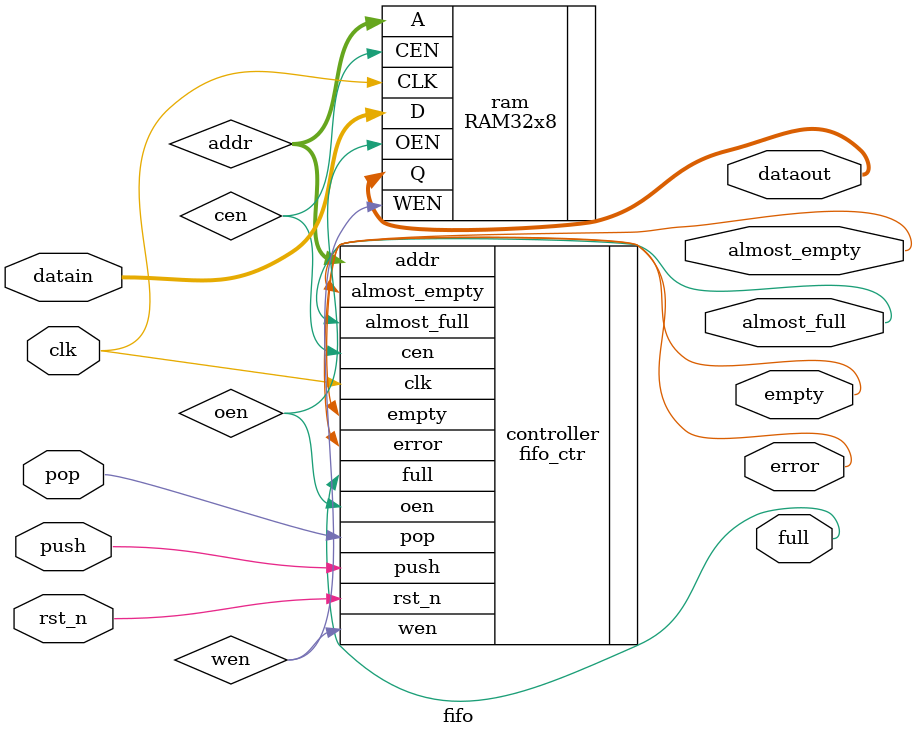
<source format=v>

module fifo (
	input clk,
	input rst_n,
	input push,
	input pop,
	input [7:0] datain,

	output empty,
	output almost_empty,
	output full,
	output almost_full,
	output error,
	output [7:0] dataout
);

  //
  // NOTE: Complete your design
  // NOTE: Refer to Makefile for the way to include the memory model for simulation.
  //

	wire cen, wen, oen;
	wire [4:0] addr;

	fifo_ctr controller (
		.clk(clk),
		.rst_n(rst_n),
		.push(push),
		.pop(pop),
		
		.empty(empty),
		.almost_empty(almost_empty),
		.full(full),
		.almost_full(almost_full),
		.error(error),
		
		.cen(cen),
		.wen(wen),
		.oen(oen),
		.addr(addr)
	);
	
	RAM32x8 ram (
		.CLK(clk),
		.CEN(cen),
		.WEN(wen),
		.OEN(oen),
		.A(addr),
		.D(datain),
		
		.Q(dataout)
	);


endmodule

</source>
